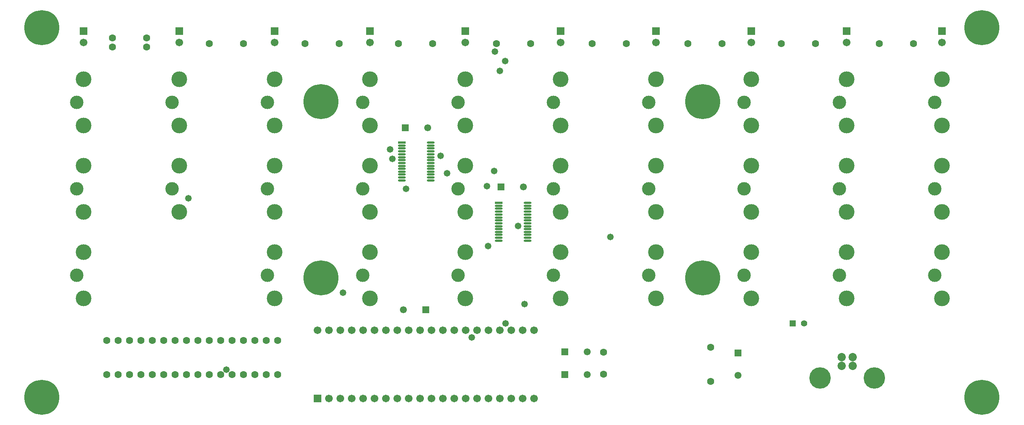
<source format=gts>
%FSLAX23Y23*%
%MOIN*%
G70*
G01*
G75*
%ADD10R,0.059X0.012*%
%ADD11O,0.059X0.012*%
%ADD12C,0.010*%
%ADD13C,0.300*%
%ADD14C,0.130*%
%ADD15C,0.110*%
%ADD16R,0.059X0.059*%
%ADD17C,0.059*%
%ADD18C,0.055*%
%ADD19R,0.053X0.053*%
%ADD20C,0.053*%
%ADD21C,0.047*%
%ADD22R,0.047X0.047*%
%ADD23R,0.059X0.059*%
%ADD24C,0.059*%
%ADD25C,0.065*%
%ADD26C,0.180*%
%ADD27C,0.050*%
%ADD28C,0.008*%
%ADD29C,0.006*%
%ADD30R,0.067X0.020*%
%ADD31O,0.067X0.020*%
%ADD32C,0.308*%
%ADD33C,0.138*%
%ADD34C,0.118*%
%ADD35R,0.067X0.067*%
%ADD36C,0.067*%
%ADD37C,0.063*%
%ADD38R,0.061X0.061*%
%ADD39C,0.061*%
%ADD40C,0.055*%
%ADD41R,0.055X0.055*%
%ADD42R,0.067X0.067*%
%ADD43C,0.067*%
%ADD44C,0.073*%
%ADD45C,0.188*%
%ADD46C,0.058*%
D30*
X4410Y3490D02*
D03*
X5260Y2960D02*
D03*
D31*
X4410Y3464D02*
D03*
Y3439D02*
D03*
Y3413D02*
D03*
Y3388D02*
D03*
Y3362D02*
D03*
Y3336D02*
D03*
Y3311D02*
D03*
Y3285D02*
D03*
Y3260D02*
D03*
Y3234D02*
D03*
Y3209D02*
D03*
Y3183D02*
D03*
Y3157D02*
D03*
X4663Y3490D02*
D03*
Y3464D02*
D03*
Y3439D02*
D03*
Y3413D02*
D03*
Y3388D02*
D03*
Y3362D02*
D03*
Y3336D02*
D03*
Y3311D02*
D03*
Y3285D02*
D03*
Y3260D02*
D03*
Y3234D02*
D03*
Y3209D02*
D03*
Y3183D02*
D03*
Y3157D02*
D03*
X5513Y2627D02*
D03*
Y2653D02*
D03*
Y2679D02*
D03*
Y2704D02*
D03*
Y2730D02*
D03*
Y2755D02*
D03*
Y2781D02*
D03*
Y2806D02*
D03*
Y2832D02*
D03*
Y2858D02*
D03*
Y2883D02*
D03*
Y2909D02*
D03*
Y2934D02*
D03*
Y2960D02*
D03*
X5260Y2627D02*
D03*
Y2653D02*
D03*
Y2679D02*
D03*
Y2704D02*
D03*
Y2730D02*
D03*
Y2755D02*
D03*
Y2781D02*
D03*
Y2806D02*
D03*
Y2832D02*
D03*
Y2858D02*
D03*
Y2883D02*
D03*
Y2909D02*
D03*
Y2934D02*
D03*
D32*
X1250Y1250D02*
D03*
X3700Y2300D02*
D03*
X1250Y4500D02*
D03*
X3700Y3850D02*
D03*
X7050Y2300D02*
D03*
X9500Y1250D02*
D03*
X7050Y3850D02*
D03*
X9500Y4500D02*
D03*
D33*
X2454Y3286D02*
D03*
Y2880D02*
D03*
Y4046D02*
D03*
Y3640D02*
D03*
X1617Y2526D02*
D03*
Y2120D02*
D03*
Y3286D02*
D03*
Y2880D02*
D03*
X9150Y3286D02*
D03*
Y2880D02*
D03*
X8313Y3286D02*
D03*
Y2880D02*
D03*
X7476Y3286D02*
D03*
Y2880D02*
D03*
X6639Y3286D02*
D03*
Y2880D02*
D03*
X5802Y3286D02*
D03*
Y2880D02*
D03*
X4965Y3286D02*
D03*
Y2880D02*
D03*
X4128Y3286D02*
D03*
Y2880D02*
D03*
X3291Y3286D02*
D03*
Y2880D02*
D03*
X1617Y3640D02*
D03*
Y4046D02*
D03*
X9150Y2526D02*
D03*
Y2120D02*
D03*
X8313Y2526D02*
D03*
Y2120D02*
D03*
X7476Y2526D02*
D03*
Y2120D02*
D03*
X6639Y2526D02*
D03*
Y2120D02*
D03*
X5802Y2526D02*
D03*
Y2120D02*
D03*
X4965Y2526D02*
D03*
Y2120D02*
D03*
X4128Y2526D02*
D03*
Y2120D02*
D03*
X3291Y2526D02*
D03*
Y2120D02*
D03*
X9150Y4046D02*
D03*
Y3640D02*
D03*
X8313Y4046D02*
D03*
Y3640D02*
D03*
X7476Y4046D02*
D03*
Y3640D02*
D03*
X6639Y4046D02*
D03*
Y3640D02*
D03*
X5802Y4046D02*
D03*
Y3640D02*
D03*
X4965Y4046D02*
D03*
Y3640D02*
D03*
X4128Y4046D02*
D03*
Y3640D02*
D03*
X3291Y4046D02*
D03*
Y3640D02*
D03*
D34*
X2391Y3083D02*
D03*
Y3843D02*
D03*
X1554Y2323D02*
D03*
Y3083D02*
D03*
X9087D02*
D03*
X8250D02*
D03*
X7413D02*
D03*
X6576D02*
D03*
X5739D02*
D03*
X4902D02*
D03*
X4065D02*
D03*
X3228D02*
D03*
X1554Y3843D02*
D03*
X9087Y2323D02*
D03*
X8250D02*
D03*
X7413D02*
D03*
X6576D02*
D03*
X5739D02*
D03*
X4902D02*
D03*
X4065D02*
D03*
X3228D02*
D03*
X9087Y3843D02*
D03*
X8250D02*
D03*
X7413D02*
D03*
X6576D02*
D03*
X5739D02*
D03*
X4902D02*
D03*
X4065D02*
D03*
X3228D02*
D03*
D35*
X1617Y4470D02*
D03*
X2454D02*
D03*
X3291D02*
D03*
X4128D02*
D03*
X4965D02*
D03*
X5802D02*
D03*
X6639D02*
D03*
X7476D02*
D03*
X8313D02*
D03*
X9150D02*
D03*
D36*
X1617Y4370D02*
D03*
X2454D02*
D03*
X3291D02*
D03*
X4128D02*
D03*
X4965D02*
D03*
X5802D02*
D03*
X6639D02*
D03*
X7476D02*
D03*
X8313D02*
D03*
X9150D02*
D03*
D37*
X1870Y4410D02*
D03*
X2170D02*
D03*
X1870Y4330D02*
D03*
X2170D02*
D03*
X2720Y4360D02*
D03*
X3020D02*
D03*
X3560D02*
D03*
X3860D02*
D03*
X4380D02*
D03*
X4680D02*
D03*
X5240D02*
D03*
X5540D02*
D03*
X6080D02*
D03*
X6380D02*
D03*
X6920D02*
D03*
X7220D02*
D03*
X7740D02*
D03*
X8040D02*
D03*
X8600D02*
D03*
X8900D02*
D03*
X6180Y1646D02*
D03*
Y1454D02*
D03*
X7120Y1690D02*
D03*
Y1390D02*
D03*
X2620Y1750D02*
D03*
Y1450D02*
D03*
X2720Y1750D02*
D03*
Y1450D02*
D03*
X2820Y1750D02*
D03*
Y1450D02*
D03*
X2920Y1750D02*
D03*
Y1450D02*
D03*
X3020Y1750D02*
D03*
Y1450D02*
D03*
X3120Y1750D02*
D03*
Y1450D02*
D03*
X3220Y1750D02*
D03*
Y1450D02*
D03*
X3320Y1750D02*
D03*
Y1450D02*
D03*
X2520D02*
D03*
Y1750D02*
D03*
X2420Y1450D02*
D03*
Y1750D02*
D03*
X2320Y1450D02*
D03*
Y1750D02*
D03*
X2220Y1450D02*
D03*
Y1750D02*
D03*
X2120Y1450D02*
D03*
Y1750D02*
D03*
X2020Y1450D02*
D03*
Y1750D02*
D03*
X1920Y1450D02*
D03*
Y1750D02*
D03*
X1820Y1450D02*
D03*
Y1750D02*
D03*
D38*
X5840Y1650D02*
D03*
Y1450D02*
D03*
X7360Y1640D02*
D03*
X4440Y3620D02*
D03*
X5280Y3100D02*
D03*
X4620Y2020D02*
D03*
D39*
X6037Y1650D02*
D03*
Y1450D02*
D03*
X7360Y1443D02*
D03*
X4637Y3620D02*
D03*
X5477Y3100D02*
D03*
X4423Y2020D02*
D03*
D40*
X7940Y1900D02*
D03*
D41*
X7840D02*
D03*
D42*
X3670Y1240D02*
D03*
D43*
X3770D02*
D03*
X3870D02*
D03*
X3970D02*
D03*
X4070D02*
D03*
X4170D02*
D03*
X4270D02*
D03*
X4370D02*
D03*
X4470D02*
D03*
X4570D02*
D03*
X4670D02*
D03*
X4770D02*
D03*
X4870D02*
D03*
X4970D02*
D03*
X5070D02*
D03*
X5170D02*
D03*
X5270D02*
D03*
X5370D02*
D03*
X5470D02*
D03*
X5570D02*
D03*
X3670Y1840D02*
D03*
X3770D02*
D03*
X3870D02*
D03*
X3970D02*
D03*
X4070D02*
D03*
X4170D02*
D03*
X4270D02*
D03*
X4370D02*
D03*
X4470D02*
D03*
X4570D02*
D03*
X4670D02*
D03*
X4770D02*
D03*
X4870D02*
D03*
X4970D02*
D03*
X5070D02*
D03*
X5170D02*
D03*
X5270D02*
D03*
X5370D02*
D03*
X5470D02*
D03*
X5570D02*
D03*
D44*
X8366Y1527D02*
D03*
X8366Y1605D02*
D03*
X8268D02*
D03*
Y1527D02*
D03*
D45*
X8554Y1420D02*
D03*
X8080D02*
D03*
D46*
X5225Y4292D02*
D03*
X5316Y4207D02*
D03*
X5269Y4121D02*
D03*
X2870Y1493D02*
D03*
X4306Y3429D02*
D03*
X4326Y3348D02*
D03*
X3892Y2170D02*
D03*
X5487Y2071D02*
D03*
X5428Y2757D02*
D03*
X6240Y2659D02*
D03*
X5023Y1776D02*
D03*
X5164Y2579D02*
D03*
X5320Y1900D02*
D03*
X4748Y3373D02*
D03*
X4444Y3083D02*
D03*
X4805Y3219D02*
D03*
X2534Y3002D02*
D03*
X5155Y3108D02*
D03*
X5219Y3239D02*
D03*
M02*

</source>
